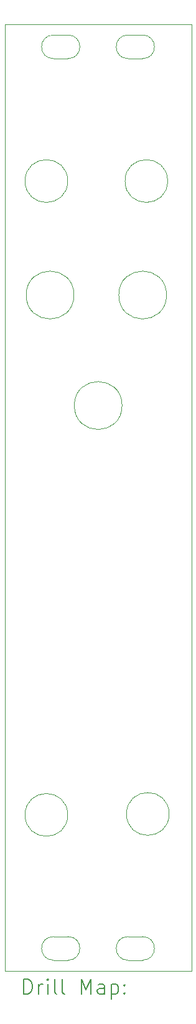
<source format=gbr>
%TF.GenerationSoftware,KiCad,Pcbnew,8.0.4-8.0.4-0~ubuntu22.04.1*%
%TF.CreationDate,2024-07-28T23:06:12+02:00*%
%TF.ProjectId,FrontPanel,46726f6e-7450-4616-9e65-6c2e6b696361,0.1*%
%TF.SameCoordinates,Original*%
%TF.FileFunction,Drillmap*%
%TF.FilePolarity,Positive*%
%FSLAX45Y45*%
G04 Gerber Fmt 4.5, Leading zero omitted, Abs format (unit mm)*
G04 Created by KiCad (PCBNEW 8.0.4-8.0.4-0~ubuntu22.04.1) date 2024-07-28 23:06:12*
%MOMM*%
%LPD*%
G01*
G04 APERTURE LIST*
%ADD10C,0.050000*%
%ADD11C,0.200000*%
G04 APERTURE END LIST*
D10*
X7875000Y-18385000D02*
X7675000Y-18385000D01*
X7675000Y-18705000D02*
X7875000Y-18705000D01*
X7875000Y-18385000D02*
G75*
G02*
X7875000Y-18705000I0J-160000D01*
G01*
X6860000Y-18385000D02*
G75*
G02*
X6860000Y-18705000I0J-160000D01*
G01*
X6860000Y-18385000D02*
X6660000Y-18385000D01*
X7675000Y-18705000D02*
G75*
G02*
X7675000Y-18385000I0J160000D01*
G01*
X6660000Y-18705000D02*
X6860000Y-18705000D01*
X6660000Y-18705000D02*
G75*
G02*
X6660000Y-18385000I0J160000D01*
G01*
X7875000Y-6145000D02*
G75*
G02*
X7875000Y-6465000I0J-160000D01*
G01*
X7875000Y-6145000D02*
X7675000Y-6145000D01*
X7675000Y-6465000D02*
X7875000Y-6465000D01*
X7675000Y-6465000D02*
G75*
G02*
X7675000Y-6145000I0J160000D01*
G01*
X6660000Y-6465000D02*
X6860000Y-6465000D01*
X6860000Y-6145000D02*
X6660000Y-6145000D01*
X6860000Y-6145000D02*
G75*
G02*
X6860000Y-6465000I0J-160000D01*
G01*
X6660000Y-6465000D02*
G75*
G02*
X6660000Y-6145000I0J160000D01*
G01*
X7595000Y-11175000D02*
G75*
G02*
X6945000Y-11175000I-325000J0D01*
G01*
X6945000Y-11175000D02*
G75*
G02*
X7595000Y-11175000I325000J0D01*
G01*
X8540000Y-6000000D02*
X8540000Y-18850000D01*
X6000000Y-6000000D02*
X8540000Y-6000000D01*
X8235000Y-16720000D02*
G75*
G02*
X7655000Y-16720000I-290000J0D01*
G01*
X7655000Y-16720000D02*
G75*
G02*
X8235000Y-16720000I290000J0D01*
G01*
X8215000Y-8127500D02*
G75*
G02*
X7635000Y-8127500I-290000J0D01*
G01*
X7635000Y-8127500D02*
G75*
G02*
X8215000Y-8127500I290000J0D01*
G01*
X8200000Y-9675000D02*
G75*
G02*
X7550000Y-9675000I-325000J0D01*
G01*
X7550000Y-9675000D02*
G75*
G02*
X8200000Y-9675000I325000J0D01*
G01*
X6000000Y-18850000D02*
X8540000Y-18850000D01*
X6855000Y-16733061D02*
G75*
G02*
X6275000Y-16733061I-290000J0D01*
G01*
X6275000Y-16733061D02*
G75*
G02*
X6855000Y-16733061I290000J0D01*
G01*
X6855000Y-8127500D02*
G75*
G02*
X6275000Y-8127500I-290000J0D01*
G01*
X6275000Y-8127500D02*
G75*
G02*
X6855000Y-8127500I290000J0D01*
G01*
X6940000Y-9675000D02*
G75*
G02*
X6290000Y-9675000I-325000J0D01*
G01*
X6290000Y-9675000D02*
G75*
G02*
X6940000Y-9675000I325000J0D01*
G01*
X6000000Y-6000000D02*
X6000000Y-18850000D01*
D11*
X6258277Y-19163984D02*
X6258277Y-18963984D01*
X6258277Y-18963984D02*
X6305896Y-18963984D01*
X6305896Y-18963984D02*
X6334467Y-18973508D01*
X6334467Y-18973508D02*
X6353515Y-18992555D01*
X6353515Y-18992555D02*
X6363039Y-19011603D01*
X6363039Y-19011603D02*
X6372562Y-19049698D01*
X6372562Y-19049698D02*
X6372562Y-19078270D01*
X6372562Y-19078270D02*
X6363039Y-19116365D01*
X6363039Y-19116365D02*
X6353515Y-19135412D01*
X6353515Y-19135412D02*
X6334467Y-19154460D01*
X6334467Y-19154460D02*
X6305896Y-19163984D01*
X6305896Y-19163984D02*
X6258277Y-19163984D01*
X6458277Y-19163984D02*
X6458277Y-19030650D01*
X6458277Y-19068746D02*
X6467801Y-19049698D01*
X6467801Y-19049698D02*
X6477324Y-19040174D01*
X6477324Y-19040174D02*
X6496372Y-19030650D01*
X6496372Y-19030650D02*
X6515420Y-19030650D01*
X6582086Y-19163984D02*
X6582086Y-19030650D01*
X6582086Y-18963984D02*
X6572562Y-18973508D01*
X6572562Y-18973508D02*
X6582086Y-18983031D01*
X6582086Y-18983031D02*
X6591610Y-18973508D01*
X6591610Y-18973508D02*
X6582086Y-18963984D01*
X6582086Y-18963984D02*
X6582086Y-18983031D01*
X6705896Y-19163984D02*
X6686848Y-19154460D01*
X6686848Y-19154460D02*
X6677324Y-19135412D01*
X6677324Y-19135412D02*
X6677324Y-18963984D01*
X6810658Y-19163984D02*
X6791610Y-19154460D01*
X6791610Y-19154460D02*
X6782086Y-19135412D01*
X6782086Y-19135412D02*
X6782086Y-18963984D01*
X7039229Y-19163984D02*
X7039229Y-18963984D01*
X7039229Y-18963984D02*
X7105896Y-19106841D01*
X7105896Y-19106841D02*
X7172562Y-18963984D01*
X7172562Y-18963984D02*
X7172562Y-19163984D01*
X7353515Y-19163984D02*
X7353515Y-19059222D01*
X7353515Y-19059222D02*
X7343991Y-19040174D01*
X7343991Y-19040174D02*
X7324943Y-19030650D01*
X7324943Y-19030650D02*
X7286848Y-19030650D01*
X7286848Y-19030650D02*
X7267801Y-19040174D01*
X7353515Y-19154460D02*
X7334467Y-19163984D01*
X7334467Y-19163984D02*
X7286848Y-19163984D01*
X7286848Y-19163984D02*
X7267801Y-19154460D01*
X7267801Y-19154460D02*
X7258277Y-19135412D01*
X7258277Y-19135412D02*
X7258277Y-19116365D01*
X7258277Y-19116365D02*
X7267801Y-19097317D01*
X7267801Y-19097317D02*
X7286848Y-19087793D01*
X7286848Y-19087793D02*
X7334467Y-19087793D01*
X7334467Y-19087793D02*
X7353515Y-19078270D01*
X7448753Y-19030650D02*
X7448753Y-19230650D01*
X7448753Y-19040174D02*
X7467801Y-19030650D01*
X7467801Y-19030650D02*
X7505896Y-19030650D01*
X7505896Y-19030650D02*
X7524943Y-19040174D01*
X7524943Y-19040174D02*
X7534467Y-19049698D01*
X7534467Y-19049698D02*
X7543991Y-19068746D01*
X7543991Y-19068746D02*
X7543991Y-19125889D01*
X7543991Y-19125889D02*
X7534467Y-19144936D01*
X7534467Y-19144936D02*
X7524943Y-19154460D01*
X7524943Y-19154460D02*
X7505896Y-19163984D01*
X7505896Y-19163984D02*
X7467801Y-19163984D01*
X7467801Y-19163984D02*
X7448753Y-19154460D01*
X7629705Y-19144936D02*
X7639229Y-19154460D01*
X7639229Y-19154460D02*
X7629705Y-19163984D01*
X7629705Y-19163984D02*
X7620182Y-19154460D01*
X7620182Y-19154460D02*
X7629705Y-19144936D01*
X7629705Y-19144936D02*
X7629705Y-19163984D01*
X7629705Y-19040174D02*
X7639229Y-19049698D01*
X7639229Y-19049698D02*
X7629705Y-19059222D01*
X7629705Y-19059222D02*
X7620182Y-19049698D01*
X7620182Y-19049698D02*
X7629705Y-19040174D01*
X7629705Y-19040174D02*
X7629705Y-19059222D01*
M02*

</source>
